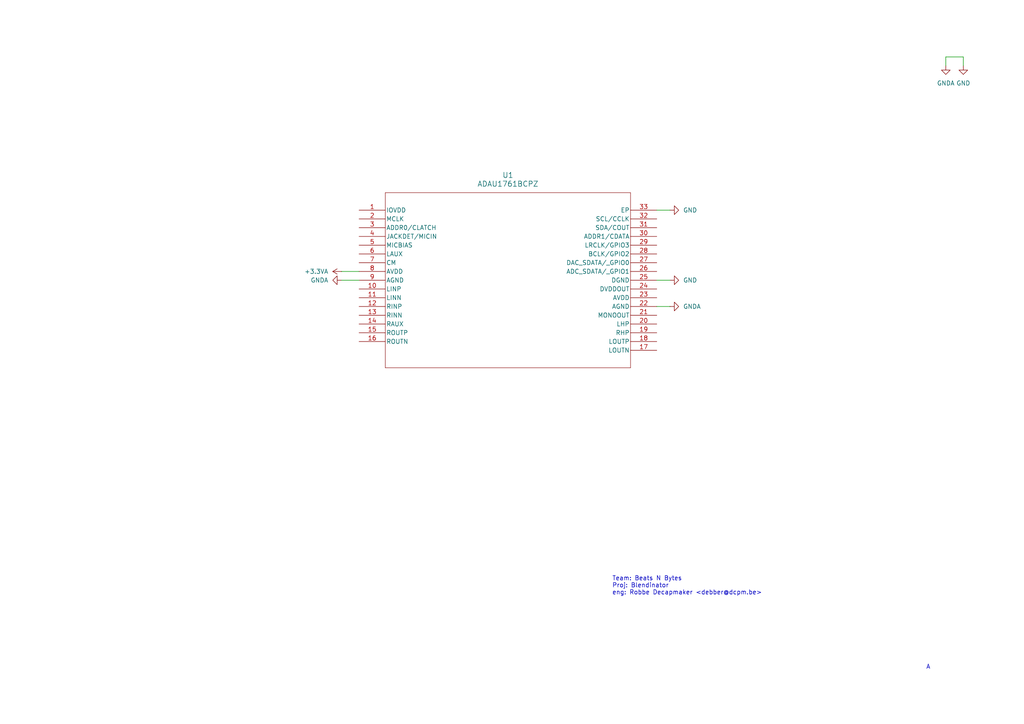
<source format=kicad_sch>
(kicad_sch (version 20231120) (generator "eeschema") (generator_version "8.0")
  (paper "A4")
  (lib_symbols
    (symbol "RND_Audio:ADAU1761BCPZ" (pin_names (offset 0.254))
      (property "Reference" "U" (at 43.18 10.16 0))
      (property "Value" "ADAU1761BCPZ" (at 43.18 7.62 0))
      (symbol "ADAU1761BCPZ_0_1"
        (polyline (pts (xy 7.62 -45.72) (xy 78.74 -45.72)) (stroke (width 0.127)))
        (polyline (pts (xy 7.62 5.08) (xy 7.62 -45.72)) (stroke (width 0.127)))
        (polyline (pts (xy 78.74 -45.72) (xy 78.74 5.08)) (stroke (width 0.127)))
        (polyline (pts (xy 78.74 5.08) (xy 7.62 5.08)) (stroke (width 0.127)))
        (pin power_in line (at 0 0 0) (length 7.62) (name "IOVDD") (number "1"))
        (pin unspecified line (at 0 -22.86 0) (length 7.62) (name "LINP") (number "10"))
        (pin unspecified line (at 0 -25.4 0) (length 7.62) (name "LINN") (number "11"))
        (pin unspecified line (at 0 -27.94 0) (length 7.62) (name "RINP") (number "12"))
        (pin unspecified line (at 0 -30.48 0) (length 7.62) (name "RINN") (number "13"))
        (pin unspecified line (at 0 -33.02 0) (length 7.62) (name "RAUX") (number "14"))
        (pin unspecified line (at 0 -35.56 0) (length 7.62) (name "ROUTP") (number "15"))
        (pin unspecified line (at 0 -38.1 0) (length 7.62) (name "ROUTN") (number "16"))
        (pin unspecified line (at 86.36 -40.64 180) (length 7.62) (name "LOUTN") (number "17"))
        (pin unspecified line (at 86.36 -38.1 180) (length 7.62) (name "LOUTP") (number "18"))
        (pin unspecified line (at 86.36 -35.56 180) (length 7.62) (name "RHP") (number "19"))
        (pin unspecified line (at 0 -2.54 0) (length 7.62) (name "MCLK") (number "2"))
        (pin unspecified line (at 86.36 -33.02 180) (length 7.62) (name "LHP") (number "20"))
        (pin unspecified line (at 86.36 -30.48 180) (length 7.62) (name "MONOOUT") (number "21"))
        (pin unspecified line (at 86.36 -27.94 180) (length 7.62) (name "AGND") (number "22"))
        (pin power_in line (at 86.36 -25.4 180) (length 7.62) (name "AVDD") (number "23"))
        (pin power_in line (at 86.36 -22.86 180) (length 7.62) (name "DVDDOUT") (number "24"))
        (pin unspecified line (at 86.36 -20.32 180) (length 7.62) (name "DGND") (number "25"))
        (pin unspecified line (at 86.36 -17.78 180) (length 7.62) (name "ADC_SDATA/_GPIO1") (number "26"))
        (pin unspecified line (at 86.36 -15.24 180) (length 7.62) (name "DAC_SDATA/_GPIO0") (number "27"))
        (pin unspecified line (at 86.36 -12.7 180) (length 7.62) (name "BCLK/GPIO2") (number "28"))
        (pin unspecified line (at 86.36 -10.16 180) (length 7.62) (name "LRCLK/GPIO3") (number "29"))
        (pin unspecified line (at 0 -5.08 0) (length 7.62) (name "ADDR0/CLATCH") (number "3"))
        (pin unspecified line (at 86.36 -7.62 180) (length 7.62) (name "ADDR1/CDATA") (number "30"))
        (pin unspecified line (at 86.36 -5.08 180) (length 7.62) (name "SDA/COUT") (number "31"))
        (pin unspecified line (at 86.36 -2.54 180) (length 7.62) (name "SCL/CCLK") (number "32"))
        (pin unspecified line (at 86.36 0 180) (length 7.62) (name "EP") (number "33"))
        (pin unspecified line (at 0 -7.62 0) (length 7.62) (name "JACKDET/MICIN") (number "4"))
        (pin unspecified line (at 0 -10.16 0) (length 7.62) (name "MICBIAS") (number "5"))
        (pin unspecified line (at 0 -12.7 0) (length 7.62) (name "LAUX") (number "6"))
        (pin unspecified line (at 0 -15.24 0) (length 7.62) (name "CM") (number "7"))
        (pin power_in line (at 0 -17.78 0) (length 7.62) (name "AVDD") (number "8"))
        (pin unspecified line (at 0 -20.32 0) (length 7.62) (name "AGND") (number "9"))
      )
    )
    (symbol "power:+3.3VA" (power) (pin_numbers hide) (pin_names (offset 0) hide)
      (property "Value" "+3.3VA" (at 0 3.556 0))
      (symbol "+3.3VA_0_1"
        (polyline (pts (xy -0.762 1.27) (xy 0 2.54)))
        (polyline (pts (xy 0 0) (xy 0 2.54)))
        (polyline (pts (xy 0 2.54) (xy 0.762 1.27)))
      )
      (symbol "+3.3VA_1_1"
        (pin power_in line (at 0 0 90) (length 0) (name "~") (number "1"))
      )
    )
    (symbol "power:GND" (power) (pin_numbers hide) (pin_names (offset 0) hide)
      (property "Value" "GND" (at 0 -3.81 0))
      (symbol "GND_0_1"
        (polyline (pts (xy 0 0) (xy 0 -1.27) (xy 1.27 -1.27) (xy 0 -2.54) (xy -1.27 -1.27) (xy 0 -1.27)))
      )
      (symbol "GND_1_1"
        (pin power_in line (at 0 0 270) (length 0) (name "~") (number "1"))
      )
    )
    (symbol "power:GNDA" (power) (pin_numbers hide) (pin_names (offset 0) hide)
      (property "Value" "GNDA" (at 0 -3.81 0))
      (symbol "GNDA_0_1"
        (polyline (pts (xy 0 0) (xy 0 -1.27) (xy 1.27 -1.27) (xy 0 -2.54) (xy -1.27 -1.27) (xy 0 -1.27)))
      )
      (symbol "GNDA_1_1"
        (pin power_in line (at 0 0 270) (length 0) (name "~") (number "1"))
      )
    )
  )
  (wire (pts (xy 190.5 60.96) (xy 194.31 60.96)))
  (wire (pts (xy 274.32 19.05) (xy 274.32 16.51)))
  (wire (pts (xy 99.06 81.28) (xy 104.14 81.28)))
  (wire (pts (xy 190.5 81.28) (xy 194.31 81.28)))
  (wire (pts (xy 99.06 78.74) (xy 104.14 78.74)))
  (wire (pts (xy 279.4 16.51) (xy 279.4 19.05)))
  (wire (pts (xy 274.32 16.51) (xy 279.4 16.51)))
  (wire (pts (xy 190.5 88.9) (xy 194.31 88.9)))
  (text "Team: Beats N Bytes\nProj: Blendinator\neng: Robbe Decapmaker <debber@dcpm.be>" (at 177.546 169.926 0) (effects (font (size 1.27 1.27)) (justify left)))
  (text "A" (at 269.24 193.548 0) (effects (font (size 1.27 1.27))))
  (symbol (lib_id "power:GND") (at 194.31 81.28 90) (unit 1)
    (property "Reference" "#PWR011" (effects (hide yes)))
    (property "Value" "GND" (at 198.12 81.2799 90) (effects (justify right)))
    (property "Description" "Power symbol creates a global label with name \"GND\" , ground" (effects (hide yes)))
  )
  (symbol (lib_id "power:GNDA") (at 194.31 88.9 90) (unit 1)
    (property "Reference" "#PWR07" (effects (hide yes)))
    (property "Value" "GNDA" (at 198.12 88.8999 90) (effects (justify right)))
    (property "Description" "Power symbol creates a global label with name \"GNDA\" , analog ground" (effects (hide yes)))
  )
  (symbol (lib_id "power:GND") (at 194.31 60.96 90) (unit 1)
    (property "Reference" "#PWR08" (effects (hide yes)))
    (property "Value" "GND" (at 198.12 60.9599 90) (effects (justify right)))
    (property "Description" "Power symbol creates a global label with name \"GND\" , ground" (effects (hide yes)))
  )
  (symbol (lib_id "RND_Audio:ADAU1761BCPZ") (at 104.14 60.96 0) (unit 1)
    (property "Reference" "U1" (at 147.32 50.8 0) (effects (font (size 1.524 1.524))))
    (property "Value" "ADAU1761BCPZ" (at 147.32 53.34 0) (effects (font (size 1.524 1.524))))
    (property "Footprint" "CP-32-4_ADI" (effects (hide yes)))
    (property "Datasheet" "ADAU1761BCPZ" (effects (hide yes)))
  )
  (symbol (lib_id "power:GND") (at 279.4 19.05 0) (unit 1)
    (property "Reference" "#PWR09" (effects (hide yes)))
    (property "Value" "GND" (at 279.4 24.13 0))
    (property "Description" "Power symbol creates a global label with name \"GND\" , ground" (effects (hide yes)))
  )
  (symbol (lib_id "power:GNDA") (at 274.32 19.05 0) (unit 1)
    (property "Reference" "#PWR010" (effects (hide yes)))
    (property "Value" "GNDA" (at 274.32 24.13 0))
    (property "Description" "Power symbol creates a global label with name \"GNDA\" , analog ground" (effects (hide yes)))
  )
  (symbol (lib_id "power:GNDA") (at 99.06 81.28 270) (unit 1)
    (property "Reference" "#PWR06" (effects (hide yes)))
    (property "Value" "GNDA" (at 95.25 81.2799 90) (effects (justify right)))
    (property "Description" "Power symbol creates a global label with name \"GNDA\" , analog ground" (effects (hide yes)))
  )
  (symbol (lib_id "power:+3.3VA") (at 99.06 78.74 90) (unit 1)
    (property "Reference" "#PWR017" (effects (hide yes)))
    (property "Value" "+3.3VA" (at 95.25 78.7399 90) (effects (justify left)))
    (property "Description" "Power symbol creates a global label with name \"+3.3VA\"" (effects (hide yes)))
  )
)
</source>
